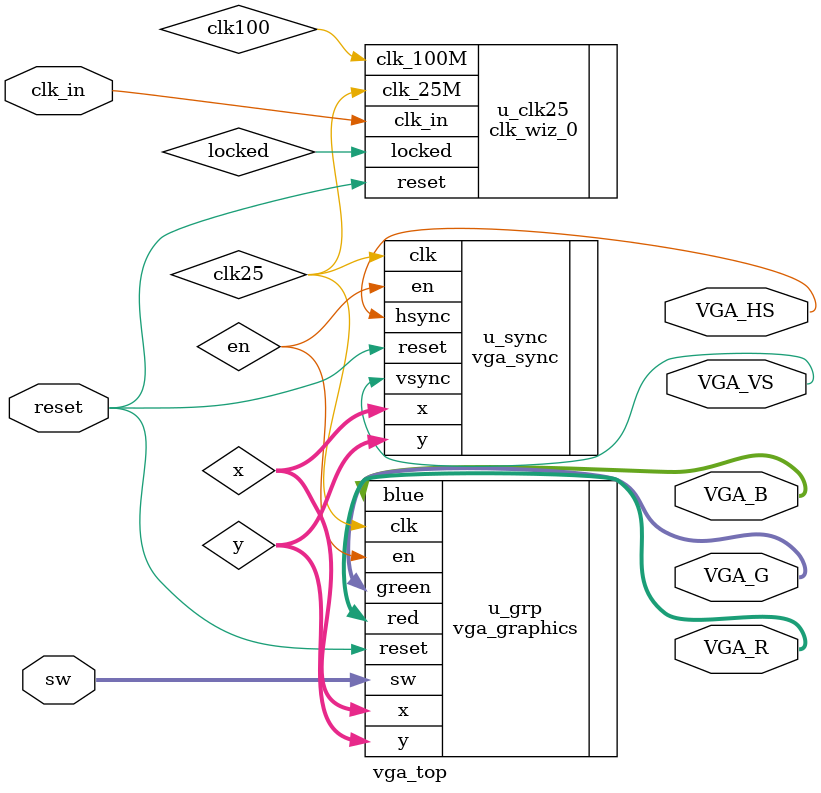
<source format=v>

module vga_top (
    input  wire       clk_in,
    input  wire       reset,
    input  wire [8:0] sw, // Use a 9-bit switch input for 9 cells
    output wire       VGA_HS,
    output wire       VGA_VS,
    output wire [3:0] VGA_R,
    output wire [3:0] VGA_G,
    output wire [3:0] VGA_B
);

    // 25MHz clock for VGA timing, generated by a simple counter
    wire clk25, clk100;
    wire locked;
    
    clk_wiz_0 u_clk25 (
        .clk_in    (clk_in),
        .reset  (reset),
        .clk_25M   (clk25),
        .clk_100M  (clk100),
        .locked (locked)
        
    );

    // VGA sync signals and coordinates
    wire [9:0] x;
    wire [9:0] y;
    wire       en;
    vga_sync u_sync (
        .clk      (clk25),
        .reset    (reset), // Use the main reset directly
        .x        (x),
        .y        (y),
        .hsync    (VGA_HS),
        .vsync    (VGA_VS),
        .en       (en)
    );

    // Graphics generator
    vga_graphics u_grp (
        .clk      (clk25),
        .reset    (reset), // Use the main reset directly
        .x        (x),
        .y        (y),
        .en       (en),
        .sw       (sw),
        .red      (VGA_R),
        .green    (VGA_G),
        .blue     (VGA_B)
    );

endmodule

</source>
